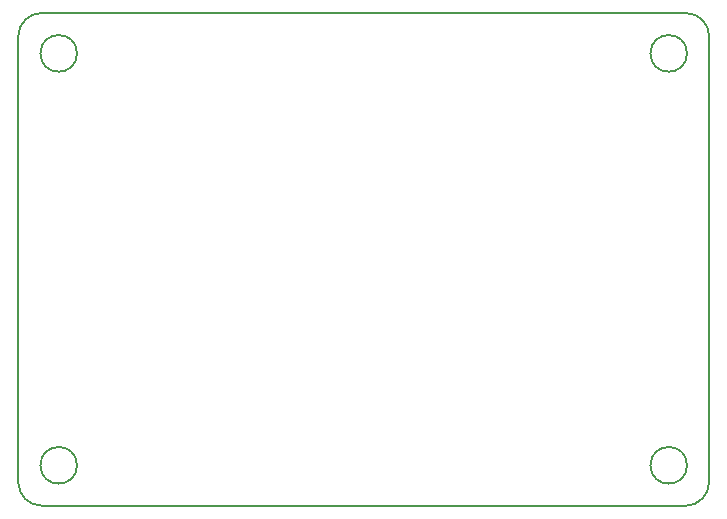
<source format=gm1>
G04*
G04 #@! TF.GenerationSoftware,Altium Limited,Altium Designer,19.1.9 (167)*
G04*
G04 Layer_Color=16711935*
%FSLAX25Y25*%
%MOIN*%
G70*
G01*
G75*
%ADD11C,0.00598*%
D11*
X230315Y156398D02*
G03*
X222441Y164272I-7874J0D01*
G01*
Y0D02*
G03*
X230315Y7874I0J7874D01*
G01*
X0D02*
G03*
X7874Y0I7874J0D01*
G01*
Y164272D02*
G03*
X0Y156398I0J-7874D01*
G01*
X19587Y13484D02*
G03*
X19587Y13484I-6102J0D01*
G01*
X222933D02*
G03*
X222933Y13484I-6102J0D01*
G01*
Y150787D02*
G03*
X222933Y150787I-6102J0D01*
G01*
X19587D02*
G03*
X19587Y150787I-6102J0D01*
G01*
X7874Y164272D02*
X222441Y164272D01*
X0Y7874D02*
Y156398D01*
X7874Y0D02*
X222441D01*
X230315Y7874D02*
Y156398D01*
M02*

</source>
